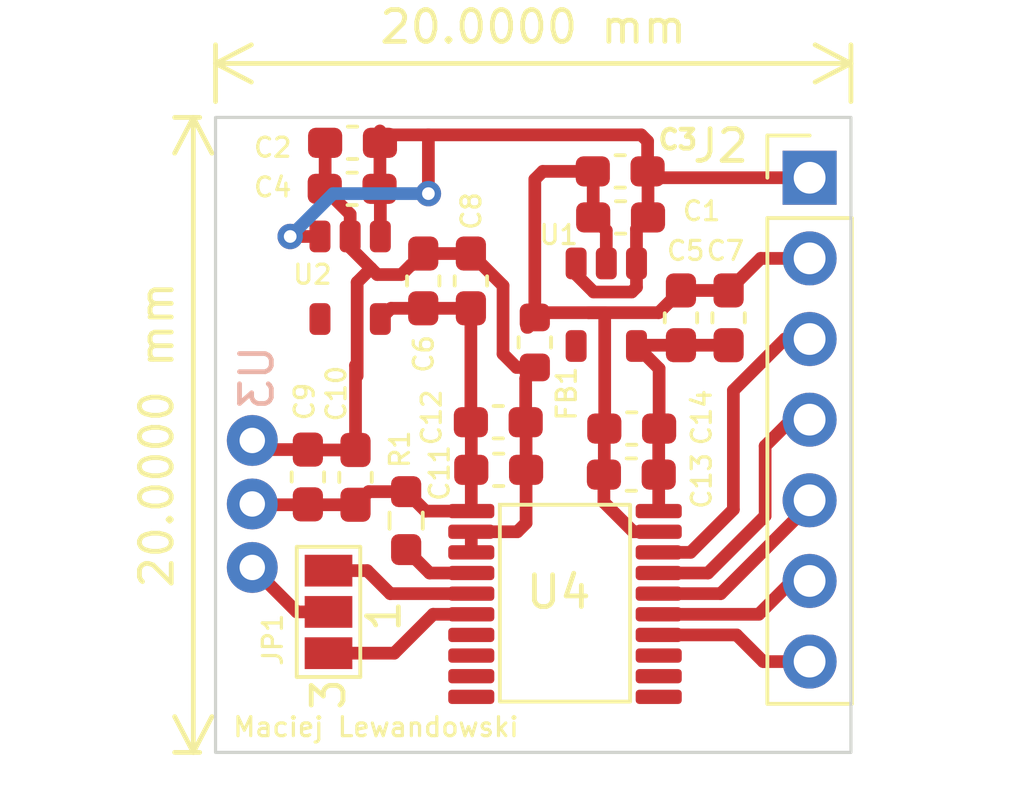
<source format=kicad_pcb>
(kicad_pcb (version 20211014) (generator pcbnew)
  (layers (0 "F.Cu" signal) (31 "B.Cu" signal) (34 "B.Paste" user) (35 "F.Paste" user) (36 "B.SilkS" user "B.Silkscreen") (37 "F.SilkS" user "F.Silkscreen") (38 "B.Mask" user) (39 "F.Mask" user) (44 "Edge.Cuts" user))
  (net 0 "")
  (net 1 "+5V")
  (net 2 "GND")
  (net 3 "GNDA")
  (net 4 "VDD")
  (net 5 "VDDA")
  (net 6 "Net-(J1-Pad1)")
  (net 7 "/MCLKIN")
  (net 8 "/IRQ")
  (net 9 "/SDO")
  (net 10 "/SCK")
  (net 11 "/~{CS}")
  (net 12 "Net-(JP1-Pad3)")
  (net 13 "/OUT")
  (net 14 "Net-(JP1-Pad1)")
  (footprint "Capacitor_SMD:C_0603_1608Metric_Pad1.08x0.95mm_HandSolder" (layer "F.Cu") (at 99.8 91.6 180)
    (fp_text reference "C14" (at -2.2 0.35 90) (layer "F.SilkS") (effects (font (size 0.6 0.6) (thickness 0.1))))
    (fp_text value "0.1uF")
    (fp_line (start -0.146267 -0.51) (end 0.146267 -0.51) (layer "F.SilkS") (width 0.12))
    (fp_line (start -0.146267 0.51) (end 0.146267 0.51) (layer "F.SilkS") (width 0.12))
    (pad "1" smd roundrect locked (at -0.8625 0 180) (size 1.075 0.95) (layers "F.Cu" "F.Paste" "F.Mask") (net 4 "VDD"))
    (pad "2" smd roundrect locked (at 0.8625 0 180) (size 1.075 0.95) (layers "F.Cu" "F.Paste" "F.Mask") (net 2 "GND"))
  )
  (footprint "Inductor_SMD:L_0603_1608Metric" (layer "F.Cu") (at 96.75 88.8875 -90)
    (fp_text reference "FB1" (at 1.6125 -1 90) (layer "F.SilkS") (effects (font (size 0.6 0.6) (thickness 0.1))))
    (fp_text value "FerriteBead_Small")
    (fp_line (start -0.162779 0.51) (end 0.162779 0.51) (layer "F.SilkS") (width 0.12))
    (fp_line (start -0.162779 -0.51) (end 0.162779 -0.51) (layer "F.SilkS") (width 0.12))
    (pad "1" smd roundrect locked (at -0.7875 0 270) (size 0.875 0.95) (layers "F.Cu" "F.Paste" "F.Mask") (net 2 "GND"))
    (pad "2" smd roundrect locked (at 0.7875 0 270) (size 0.875 0.95) (layers "F.Cu" "F.Paste" "F.Mask") (net 3 "GNDA"))
  )
  (footprint "Capacitor_SMD:C_0603_1608Metric_Pad1.08x0.95mm_HandSolder" (layer "F.Cu") (at 94.7375 86.95 90)
    (fp_text reference "C8" (at 2.2 0.0125 90) (layer "F.SilkS") (effects (font (size 0.6 0.6) (thickness 0.1))))
    (fp_text value "10uF")
    (fp_line (start -0.146267 0.51) (end 0.146267 0.51) (layer "F.SilkS") (width 0.12))
    (fp_line (start -0.146267 -0.51) (end 0.146267 -0.51) (layer "F.SilkS") (width 0.12))
    (pad "1" smd roundrect locked (at -0.8625 0 90) (size 1.075 0.95) (layers "F.Cu" "F.Paste" "F.Mask") (net 5 "VDDA"))
    (pad "2" smd roundrect locked (at 0.8625 0 90) (size 1.075 0.95) (layers "F.Cu" "F.Paste" "F.Mask") (net 3 "GNDA"))
  )
  (footprint "Capacitor_SMD:C_0603_1608Metric_Pad1.08x0.95mm_HandSolder" (layer "F.Cu") (at 91.0125 82.6 180)
    (fp_text reference "C2" (at 2.5125 -0.15) (layer "F.SilkS") (effects (font (size 0.6 0.6) (thickness 0.1))))
    (fp_text value "10uF")
    (fp_line (start -0.146267 0.51) (end 0.146267 0.51) (layer "F.SilkS") (width 0.12))
    (fp_line (start -0.146267 -0.51) (end 0.146267 -0.51) (layer "F.SilkS") (width 0.12))
    (pad "1" smd roundrect locked (at -0.8625 0 180) (size 1.075 0.95) (layers "F.Cu" "F.Paste" "F.Mask") (net 1 "+5V"))
    (pad "2" smd roundrect locked (at 0.8625 0 180) (size 1.075 0.95) (layers "F.Cu" "F.Paste" "F.Mask") (net 3 "GNDA"))
  )
  (footprint "Connector_PinHeader_2.54mm:PinHeader_1x07_P2.54mm_Vertical" (layer "F.Cu") (at 105.4 83.7)
    (fp_text reference "J2" (at -2.8 -1) (layer "F.SilkS"))
    (fp_text value "Conn_01x07_Male")
    (fp_line (start -1.33 0) (end -1.33 -1.33) (layer "F.SilkS") (width 0.12))
    (fp_line (start -1.33 1.27) (end 1.33 1.27) (layer "F.SilkS") (width 0.12))
    (fp_line (start -1.33 1.27) (end -1.33 16.57) (layer "F.SilkS") (width 0.12))
    (fp_line (start -1.33 16.57) (end 1.33 16.57) (layer "F.SilkS") (width 0.12))
    (fp_line (start 1.33 1.27) (end 1.33 16.57) (layer "F.SilkS") (width 0.12))
    (fp_line (start -1.33 -1.33) (end 0 -1.33) (layer "F.SilkS") (width 0.12))
    (pad "1" thru_hole rect locked (at 0 0) (size 1.7 1.7) (drill 1) (layers *.Cu *.Mask) (net 1 "+5V"))
    (pad "2" thru_hole oval locked (at 0 2.54) (size 1.7 1.7) (drill 1) (layers *.Cu *.Mask) (net 2 "GND"))
    (pad "3" thru_hole oval locked (at 0 5.08) (size 1.7 1.7) (drill 1) (layers *.Cu *.Mask) (net 7 "/MCLKIN"))
    (pad "4" thru_hole oval locked (at 0 7.62) (size 1.7 1.7) (drill 1) (layers *.Cu *.Mask) (net 8 "/IRQ"))
    (pad "5" thru_hole oval locked (at 0 10.16) (size 1.7 1.7) (drill 1) (layers *.Cu *.Mask) (net 9 "/SDO"))
    (pad "6" thru_hole oval locked (at 0 12.7) (size 1.7 1.7) (drill 1) (layers *.Cu *.Mask) (net 10 "/SCK"))
    (pad "7" thru_hole oval locked (at 0 15.24) (size 1.7 1.7) (drill 1) (layers *.Cu *.Mask) (net 11 "/~{CS}"))
  )
  (footprint "components:SOT-23" (layer "F.Cu") (at 99 89)
    (fp_text reference "U1" (at -1.5 -3.5 unlocked) (layer "F.SilkS") (effects (font (size 0.6 0.6) (thickness 0.1))))
    (fp_text value "MIC5317")
    (pad "1" smd roundrect (at 0.95 -2.6) (size 0.66 1) (layers "F.Cu" "F.Paste" "F.Mask") (net 1 "+5V"))
    (pad "2" smd roundrect (at 0 -2.6) (size 0.66 1) (layers "F.Cu" "F.Paste" "F.Mask") (net 2 "GND"))
    (pad "3" smd roundrect (at -0.95 -2.6) (size 0.66 1) (layers "F.Cu" "F.Paste" "F.Mask") (net 1 "+5V"))
    (pad "4" smd roundrect (at -0.95 0) (size 0.66 1) (layers "F.Cu" "F.Paste" "F.Mask"))
    (pad "5" smd roundrect (at 0.95 0) (size 0.66 1) (layers "F.Cu" "F.Paste" "F.Mask") (net 4 "VDD"))
  )
  (footprint "Capacitor_SMD:C_0603_1608Metric_Pad1.08x0.95mm_HandSolder" (layer "F.Cu") (at 102.85 88.1125 90)
    (fp_text reference "C7" (at 2.1125 -0.1 180) (layer "F.SilkS") (effects (font (size 0.6 0.6) (thickness 0.1))))
    (fp_text value "10uF")
    (fp_line (start -0.146267 0.51) (end 0.146267 0.51) (layer "F.SilkS") (width 0.12))
    (fp_line (start -0.146267 -0.51) (end 0.146267 -0.51) (layer "F.SilkS") (width 0.12))
    (pad "1" smd roundrect locked (at -0.8625 0 90) (size 1.075 0.95) (layers "F.Cu" "F.Paste" "F.Mask") (net 4 "VDD"))
    (pad "2" smd roundrect locked (at 0.8625 0 90) (size 1.075 0.95) (layers "F.Cu" "F.Paste" "F.Mask") (net 2 "GND"))
  )
  (footprint "Capacitor_SMD:C_0603_1608Metric_Pad1.08x0.95mm_HandSolder" (layer "F.Cu") (at 91 84.05 180)
    (fp_text reference "C4" (at 2.5 0.05) (layer "F.SilkS") (effects (font (size 0.6 0.6) (thickness 0.1))))
    (fp_text value "0.1uF")
    (fp_line (start -0.146267 0.51) (end 0.146267 0.51) (layer "F.SilkS") (width 0.12))
    (fp_line (start -0.146267 -0.51) (end 0.146267 -0.51) (layer "F.SilkS") (width 0.12))
    (pad "1" smd roundrect locked (at -0.8625 0 180) (size 1.075 0.95) (layers "F.Cu" "F.Paste" "F.Mask") (net 1 "+5V"))
    (pad "2" smd roundrect locked (at 0.8625 0 180) (size 1.075 0.95) (layers "F.Cu" "F.Paste" "F.Mask") (net 3 "GNDA"))
  )
  (footprint "Capacitor_SMD:C_0603_1608Metric_Pad1.08x0.95mm_HandSolder" (layer "F.Cu") (at 99.4375 83.5 180)
    (fp_text reference "C3" (at -1.8125 1) (layer "F.SilkS") (effects (font (size 0.6 0.6))))
    (fp_text value "0.1uF")
    (fp_line (start -0.146267 -0.51) (end 0.146267 -0.51) (layer "F.SilkS") (width 0.12))
    (fp_line (start -0.146267 0.51) (end 0.146267 0.51) (layer "F.SilkS") (width 0.12))
    (pad "1" smd roundrect locked (at -0.8625 0 180) (size 1.075 0.95) (layers "F.Cu" "F.Paste" "F.Mask") (net 1 "+5V"))
    (pad "2" smd roundrect locked (at 0.8625 0 180) (size 1.075 0.95) (layers "F.Cu" "F.Paste" "F.Mask") (net 2 "GND"))
  )
  (footprint "Resistor_SMD:R_0603_1608Metric_Pad0.98x0.95mm_HandSolder" (layer "F.Cu") (at 92.7 94.5 -90)
    (fp_text reference "R1" (at -2.25 0.2 90) (layer "F.SilkS") (effects (font (size 0.6 0.6) (thickness 0.1))))
    (fp_text value "0")
    (fp_line (start -0.254724 -0.5225) (end 0.254724 -0.5225) (layer "F.SilkS") (width 0.12))
    (fp_line (start -0.254724 0.5225) (end 0.254724 0.5225) (layer "F.SilkS") (width 0.12))
    (pad "1" smd roundrect locked (at -0.9125 0 270) (size 0.975 0.95) (layers "F.Cu" "F.Paste" "F.Mask") (net 5 "VDDA"))
    (pad "2" smd roundrect locked (at 0.9125 0 270) (size 0.975 0.95) (layers "F.Cu" "F.Paste" "F.Mask") (net 6 "Net-(J1-Pad1)"))
  )
  (footprint "Capacitor_SMD:C_0603_1608Metric_Pad1.08x0.95mm_HandSolder" (layer "F.Cu") (at 91.10625 93.1375 90)
    (fp_text reference "C10" (at 2.6375 -0.60625 90) (layer "F.SilkS") (effects (font (size 0.6 0.6) (thickness 0.1))))
    (fp_text value "0.1uF")
    (fp_line (start -0.146267 -0.51) (end 0.146267 -0.51) (layer "F.SilkS") (width 0.12))
    (fp_line (start -0.146267 0.51) (end 0.146267 0.51) (layer "F.SilkS") (width 0.12))
    (pad "1" smd roundrect locked (at -0.8625 0 90) (size 1.075 0.95) (layers "F.Cu" "F.Paste" "F.Mask") (net 5 "VDDA"))
    (pad "2" smd roundrect locked (at 0.8625 0 90) (size 1.075 0.95) (layers "F.Cu" "F.Paste" "F.Mask") (net 3 "GNDA"))
  )
  (footprint "Capacitor_SMD:C_0603_1608Metric_Pad1.08x0.95mm_HandSolder" (layer "F.Cu") (at 101.35 88.1125 90)
    (fp_text reference "C5" (at 2.1125 0.15 180) (layer "F.SilkS") (effects (font (size 0.6 0.6) (thickness 0.1))))
    (fp_text value "0.1uF")
    (fp_line (start -0.146267 0.51) (end 0.146267 0.51) (layer "F.SilkS") (width 0.12))
    (fp_line (start -0.146267 -0.51) (end 0.146267 -0.51) (layer "F.SilkS") (width 0.12))
    (pad "1" smd roundrect locked (at -0.8625 0 90) (size 1.075 0.95) (layers "F.Cu" "F.Paste" "F.Mask") (net 4 "VDD"))
    (pad "2" smd roundrect locked (at 0.8625 0 90) (size 1.075 0.95) (layers "F.Cu" "F.Paste" "F.Mask") (net 2 "GND"))
  )
  (footprint "Jumper:SolderJumper-3_P1.3mm_Open_Pad1.0x1.5mm_NumberLabels" (layer "F.Cu") (at 90.25625 97.375 -90)
    (fp_text reference "JP1" (at 0.875 1.75625 90) (layer "F.SilkS") (effects (font (size 0.6 0.6) (thickness 0.1))))
    (fp_text value "Jumper_3_Open")
    (fp_text user "3" (at 2.6 0 90) (layer "F.SilkS"))
    (fp_text user "1" (at 0.125 -1.74375 90) (layer "F.SilkS"))
    (fp_line (start -2.05 -1) (end 2.05 -1) (layer "F.SilkS") (width 0.12))
    (fp_line (start 2.05 1) (end -2.05 1) (layer "F.SilkS") (width 0.12))
    (fp_line (start 2.05 -1) (end 2.05 1) (layer "F.SilkS") (width 0.12))
    (fp_line (start -2.05 1) (end -2.05 -1) (layer "F.SilkS") (width 0.12))
    (pad "1" smd rect locked (at -1.3 0 270) (size 1 1.5) (layers "F.Cu" "F.Mask") (net 14 "Net-(JP1-Pad1)"))
    (pad "2" smd rect locked (at 0 0 270) (size 1 1.5) (layers "F.Cu" "F.Mask") (net 13 "/OUT"))
    (pad "3" smd rect locked (at 1.3 0 270) (size 1 1.5) (layers "F.Cu" "F.Mask") (net 12 "Net-(JP1-Pad3)"))
  )
  (footprint "Capacitor_SMD:C_0603_1608Metric_Pad1.08x0.95mm_HandSolder" (layer "F.Cu") (at 95.6 91.4)
    (fp_text reference "C12" (at -2.1 -0.15 90) (layer "F.SilkS") (effects (font (size 0.6 0.6) (thickness 0.1))))
    (fp_text value "0.1uF")
    (fp_line (start -0.146267 0.51) (end 0.146267 0.51) (layer "F.SilkS") (width 0.12))
    (fp_line (start -0.146267 -0.51) (end 0.146267 -0.51) (layer "F.SilkS") (width 0.12))
    (pad "1" smd roundrect locked (at -0.8625 0) (size 1.075 0.95) (layers "F.Cu" "F.Paste" "F.Mask") (net 5 "VDDA"))
    (pad "2" smd roundrect locked (at 0.8625 0) (size 1.075 0.95) (layers "F.Cu" "F.Paste" "F.Mask") (net 3 "GNDA"))
  )
  (footprint "Capacitor_SMD:C_0603_1608Metric_Pad1.08x0.95mm_HandSolder" (layer "F.Cu") (at 99.45 84.95 180)
    (fp_text reference "C1" (at -2.55 0.2) (layer "F.SilkS") (effects (font (size 0.6 0.6) (thickness 0.1))))
    (fp_text value "10uF")
    (fp_line (start -0.146267 -0.51) (end 0.146267 -0.51) (layer "F.SilkS") (width 0.12))
    (fp_line (start -0.146267 0.51) (end 0.146267 0.51) (layer "F.SilkS") (width 0.12))
    (pad "1" smd roundrect locked (at -0.8625 0 180) (size 1.075 0.95) (layers "F.Cu" "F.Paste" "F.Mask") (net 1 "+5V"))
    (pad "2" smd roundrect locked (at 0.8625 0 180) (size 1.075 0.95) (layers "F.Cu" "F.Paste" "F.Mask") (net 2 "GND"))
  )
  (footprint "Capacitor_SMD:C_0603_1608Metric_Pad1.08x0.95mm_HandSolder" (layer "F.Cu") (at 89.60625 93.125 90)
    (fp_text reference "C9" (at 2.375 -0.10625 90) (layer "F.SilkS") (effects (font (size 0.6 0.6) (thickness 0.1))))
    (fp_text value "10uF")
    (fp_line (start -0.146267 -0.51) (end 0.146267 -0.51) (layer "F.SilkS") (width 0.12))
    (fp_line (start -0.146267 0.51) (end 0.146267 0.51) (layer "F.SilkS") (width 0.12))
    (pad "1" smd roundrect locked (at -0.8625 0 90) (size 1.075 0.95) (layers "F.Cu" "F.Paste" "F.Mask") (net 5 "VDDA"))
    (pad "2" smd roundrect locked (at 0.8625 0 90) (size 1.075 0.95) (layers "F.Cu" "F.Paste" "F.Mask") (net 3 "GNDA"))
  )
  (footprint "components:TSSOP20" (layer "F.Cu") (at 97.7 97)
    (fp_text reference "U4" (at -0.2 -0.25 unlocked) (layer "F.SilkS"))
    (fp_text value "MCP3561")
    (fp_rect (start -2.05 -3) (end 2.05 3.2) (layer "F.SilkS") (width 0.12) (fill none))
    (pad "1" smd roundrect (at -2.95 -2.8) (size 1.45 0.45) (layers "F.Cu" "F.Paste" "F.Mask") (net 5 "VDDA"))
    (pad "2" smd roundrect (at -2.95 -2.15) (size 1.45 0.45) (layers "F.Cu" "F.Paste" "F.Mask") (net 3 "GNDA"))
    (pad "3" smd roundrect (at -2.95 -1.5) (size 1.45 0.45) (layers "F.Cu" "F.Paste" "F.Mask") (net 3 "GNDA"))
    (pad "4" smd roundrect (at -2.95 -0.85) (size 1.45 0.45) (layers "F.Cu" "F.Paste" "F.Mask") (net 6 "Net-(J1-Pad1)"))
    (pad "5" smd roundrect (at -2.95 -0.2) (size 1.45 0.45) (layers "F.Cu" "F.Paste" "F.Mask") (net 14 "Net-(JP1-Pad1)"))
    (pad "6" smd roundrect (at -2.95 0.45) (size 1.45 0.45) (layers "F.Cu" "F.Paste" "F.Mask") (net 12 "Net-(JP1-Pad3)"))
    (pad "7" smd roundrect (at -2.95 1.1 180) (size 1.45 0.45) (layers "F.Cu" "F.Paste" "F.Mask"))
    (pad "8" smd roundrect (at -2.95 1.75 180) (size 1.45 0.45) (layers "F.Cu" "F.Paste" "F.Mask"))
    (pad "9" smd roundrect (at -2.95 2.4 180) (size 1.45 0.45) (layers "F.Cu" "F.Paste" "F.Mask"))
    (pad "10" smd roundrect (at -2.95 3.05 180) (size 1.45 0.45) (layers "F.Cu" "F.Paste" "F.Mask"))
    (pad "11" smd roundrect (at 2.95 3.05 180) (size 1.45 0.45) (layers "F.Cu" "F.Paste" "F.Mask"))
    (pad "12" smd roundrect (at 2.95 2.4 180) (size 1.45 0.45) (layers "F.Cu" "F.Paste" "F.Mask"))
    (pad "13" smd roundrect (at 2.95 1.75 180) (size 1.45 0.45) (layers "F.Cu" "F.Paste" "F.Mask"))
    (pad "14" smd roundrect (at 2.95 1.1 180) (size 1.45 0.45) (layers "F.Cu" "F.Paste" "F.Mask") (net 11 "/~{CS}"))
    (pad "15" smd roundrect (at 2.95 0.45) (size 1.45 0.45) (layers "F.Cu" "F.Paste" "F.Mask") (net 10 "/SCK"))
    (pad "16" smd roundrect (at 2.95 -0.2) (size 1.45 0.45) (layers "F.Cu" "F.Paste" "F.Mask") (net 9 "/SDO"))
    (pad "17" smd roundrect (at 2.95 -0.85) (size 1.45 0.45) (layers "F.Cu" "F.Paste" "F.Mask") (net 8 "/IRQ"))
    (pad "18" smd roundrect (at 2.95 -1.5) (size 1.45 0.45) (layers "F.Cu" "F.Paste" "F.Mask") (net 7 "/MCLKIN"))
    (pad "19" smd roundrect (at 2.95 -2.15) (size 1.45 0.45) (layers "F.Cu" "F.Paste" "F.Mask") (net 2 "GND"))
    (pad "20" smd roundrect (at 2.95 -2.8) (size 1.45 0.45) (layers "F.Cu" "F.Paste" "F.Mask") (net 4 "VDD"))
  )
  (footprint "components:SOT-23" (layer "F.Cu") (at 90.9375 88.15)
    (fp_text reference "U2" (at -1.1875 -1.4 unlocked) (layer "F.SilkS") (effects (font (size 0.6 0.6) (thickness 0.1))))
    (fp_text value "MIC5317")
    (pad "1" smd roundrect (at 0.95 -2.6) (size 0.66 1) (layers "F.Cu" "F.Paste" "F.Mask") (net 1 "+5V"))
    (pad "2" smd roundrect (at 0 -2.6) (size 0.66 1) (layers "F.Cu" "F.Paste" "F.Mask") (net 3 "GNDA"))
    (pad "3" smd roundrect (at -0.95 -2.6) (size 0.66 1) (layers "F.Cu" "F.Paste" "F.Mask") (net 1 "+5V"))
    (pad "4" smd roundrect (at -0.95 0) (size 0.66 1) (layers "F.Cu" "F.Paste" "F.Mask"))
    (pad "5" smd roundrect (at 0.95 0) (size 0.66 1) (layers "F.Cu" "F.Paste" "F.Mask") (net 5 "VDDA"))
  )
  (footprint "Capacitor_SMD:C_0603_1608Metric_Pad1.08x0.95mm_HandSolder" (layer "F.Cu") (at 95.6125 92.9)
    (fp_text reference "C11" (at -1.8625 0.1 90) (layer "F.SilkS") (effects (font (size 0.6 0.6) (thickness 0.1))))
    (fp_text value "0.1uF")
    (fp_line (start -0.146267 0.51) (end 0.146267 0.51) (layer "F.SilkS") (width 0.12))
    (fp_line (start -0.146267 -0.51) (end 0.146267 -0.51) (layer "F.SilkS") (width 0.12))
    (pad "1" smd roundrect locked (at -0.8625 0) (size 1.075 0.95) (layers "F.Cu" "F.Paste" "F.Mask") (net 5 "VDDA"))
    (pad "2" smd roundrect locked (at 0.8625 0) (size 1.075 0.95) (layers "F.Cu" "F.Paste" "F.Mask") (net 3 "GNDA"))
  )
  (footprint "Capacitor_SMD:C_0603_1608Metric_Pad1.08x0.95mm_HandSolder" (layer "F.Cu") (at 99.7875 93.05 180)
    (fp_text reference "C13" (at -2.2125 -0.2 90) (layer "F.SilkS") (effects (font (size 0.6 0.6) (thickness 0.1))))
    (fp_text value "0.1uF")
    (fp_line (start -0.146267 -0.51) (end 0.146267 -0.51) (layer "F.SilkS") (width 0.12))
    (fp_line (start -0.146267 0.51) (end 0.146267 0.51) (layer "F.SilkS") (width 0.12))
    (pad "1" smd roundrect locked (at -0.8625 0 180) (size 1.075 0.95) (layers "F.Cu" "F.Paste" "F.Mask") (net 4 "VDD"))
    (pad "2" smd roundrect locked (at 0.8625 0 180) (size 1.075 0.95) (layers "F.Cu" "F.Paste" "F.Mask") (net 2 "GND"))
  )
  (footprint "Capacitor_SMD:C_0603_1608Metric_Pad1.08x0.95mm_HandSolder" (layer "F.Cu") (at 93.2375 86.95 90)
    (fp_text reference "C6" (at -2.3 0.0125 90) (layer "F.SilkS") (effects (font (size 0.6 0.6) (thickness 0.1))))
    (fp_text value "0.1uF")
    (fp_line (start -0.146267 0.51) (end 0.146267 0.51) (layer "F.SilkS") (width 0.12))
    (fp_line (start -0.146267 -0.51) (end 0.146267 -0.51) (layer "F.SilkS") (width 0.12))
    (pad "1" smd roundrect locked (at -0.8625 0 90) (size 1.075 0.95) (layers "F.Cu" "F.Paste" "F.Mask") (net 5 "VDDA"))
    (pad "2" smd roundrect locked (at 0.8625 0 90) (size 1.075 0.95) (layers "F.Cu" "F.Paste" "F.Mask") (net 3 "GNDA"))
  )
  (footprint "components:TSL257" (layer "B.Cu") (at 87.85625 93.975 -90)
    (fp_text reference "U3" (at -3.975 -0.14375 90 unlocked) (layer "B.SilkS") (effects (justify mirror)))
    (fp_text value "TSL257")
    (pad "1" thru_hole circle (at -2 0 270) (size 1.6 1.6) (drill 0.8) (layers *.Cu *.Mask) (net 3 "GNDA"))
    (pad "2" thru_hole circle (at 0 0 270) (size 1.6 1.6) (drill 0.8) (layers *.Cu *.Mask) (net 5 "VDDA"))
    (pad "3" thru_hole circle (at 2 0 270) (size 1.6 1.6) (drill 0.8) (layers *.Cu *.Mask) (net 13 "/OUT"))
  )
  (gr_rect (start 106.7 101.8) (end 86.7 81.8) (layer "Edge.Cuts") (width 0.1) (fill none))
  (gr_text "Maciej Lewandowski" (at 91.75 101) (layer "F.SilkS") (effects (font (size 0.6 0.6) (thickness 0.1))))
  (dimension (type aligned) (layer "F.SilkS") (pts (xy 86.7 81.8) (xy 86.7 101.8)) (height 0.7) (gr_text "20,0000 mm" (at 84.85 91.8 90) (layer "F.SilkS") (effects (font (size 1 1) (thickness 0.15)))) (format (units 3) (units_format 1) (precision 4)) (style (thickness 0.15) (arrow_length 1.27) (text_position_mode 0) (extension_height 0.58642) (extension_offset 0.5) keep_text_aligned))
  (dimension (type aligned) (layer "F.SilkS") (pts (xy 106.7 81.8) (xy 86.7 81.8)) (height 1.7) (gr_text "20,0000 mm" (at 96.7 78.95) (layer "F.SilkS") (effects (font (size 1 1) (thickness 0.15)))) (format (units 3) (units_format 1) (precision 4)) (style (thickness 0.15) (arrow_length 1.27) (text_position_mode 0) (extension_height 0.58642) (extension_offset 0.5) keep_text_aligned))
  (segment (start 93.4 82.35) (end 92.125 82.35) (width 0.4) (layer "F.Cu") (net 1))
  (segment (start 91.875 84.0375) (end 91.8625 84.05) (width 0.4) (layer "F.Cu") (net 1))
  (segment (start 100.3125 84.95) (end 100.3125 83.5125) (width 0.4) (layer "F.Cu") (net 1))
  (segment (start 105.4 83.7) (end 100.5 83.7) (width 0.4) (layer "F.Cu") (net 1))
  (segment (start 98.601169 87.29952) (end 99.80048 87.29952) (width 0.4) (layer "F.Cu") (net 1))
  (segment (start 99.80048 87.29952) (end 99.95 87.15) (width 0.4) (layer "F.Cu") (net 1))
  (segment (start 98.05 86.748351) (end 98.601169 87.29952) (width 0.4) (layer "F.Cu") (net 1))
  (segment (start 98.05 86.4) (end 98.05 86.748351) (width 0.4) (layer "F.Cu") (net 1))
  (segment (start 99.95 86.4) (end 99.95 85.3125) (width 0.4) (layer "F.Cu") (net 1))
  (segment (start 93.4 82.35) (end 93.4 84.2) (width 0.4) (layer "F.Cu") (net 1))
  (segment (start 99.95 87.15) (end 99.95 86.4) (width 0.4) (layer "F.Cu") (net 1))
  (segment (start 91.8875 84.075) (end 91.8625 84.05) (width 0.4) (layer "F.Cu") (net 1))
  (segment (start 100.3 82.55) (end 100.1 82.35) (width 0.4) (layer "F.Cu") (net 1))
  (segment (start 100.3125 83.5125) (end 100.3 83.5) (width 0.4) (layer "F.Cu") (net 1))
  (segment (start 99.95 85.3125) (end 100.3125 84.95) (width 0.4) (layer "F.Cu") (net 1))
  (segment (start 91.875 82.6) (end 91.875 84.0375) (width 0.4) (layer "F.Cu") (net 1))
  (segment (start 100.5 83.7) (end 100.3 83.5) (width 0.4) (layer "F.Cu") (net 1))
  (segment (start 89.05 85.55) (end 89.9875 85.55) (width 0.4) (layer "F.Cu") (net 1))
  (segment (start 92.125 82.35) (end 91.875 82.6) (width 0.4) (layer "F.Cu") (net 1))
  (segment (start 91.875 82.6) (end 91.875 82.225) (width 0.4) (layer "F.Cu") (net 1))
  (segment (start 91.8875 85.55) (end 91.8875 84.075) (width 0.4) (layer "F.Cu") (net 1))
  (segment (start 100.1 82.35) (end 93.4 82.35) (width 0.4) (layer "F.Cu") (net 1))
  (segment (start 100.3 83.5) (end 100.3 82.55) (width 0.4) (layer "F.Cu") (net 1))
  (via (at 89.05 85.55) (size 0.8) (drill 0.4) (layers "F.Cu" "B.Cu") (net 1))
  (via (at 93.4 84.2) (size 0.8) (drill 0.4) (layers "F.Cu" "B.Cu") (net 1))
  (segment (start 90.4 84.2) (end 89.05 85.55) (width 0.4) (layer "B.Cu") (net 1))
  (segment (start 93.4 84.2) (end 90.4 84.2) (width 0.4) (layer "B.Cu") (net 1))
  (segment (start 99 85.3625) (end 98.5875 84.95) (width 0.4) (layer "F.Cu") (net 2))
  (segment (start 96.9 87.95) (end 96.75 88.1) (width 0.4) (layer "F.Cu") (net 2))
  (segment (start 98.5875 83.5125) (end 98.575 83.5) (width 0.4) (layer "F.Cu") (net 2))
  (segment (start 96.75 88.1) (end 96.75 83.75) (width 0.4) (layer "F.Cu") (net 2))
  (segment (start 96.75 83.75) (end 97 83.5) (width 0.4) (layer "F.Cu") (net 2))
  (segment (start 100.65 87.95) (end 101.35 87.25) (width 0.4) (layer "F.Cu") (net 2))
  (segment (start 98.95 87.95) (end 98.95 91.5875) (width 0.4) (layer "F.Cu") (net 2))
  (segment (start 99.850895 94.85) (end 98.925 93.924105) (width 0.4) (layer "F.Cu") (net 2))
  (segment (start 96.5 88.4125) (end 96.5375 88.4125) (width 0.4) (layer "F.Cu") (net 2))
  (segment (start 101.35 87.25) (end 102.85 87.25) (width 0.4) (layer "F.Cu") (net 2))
  (segment (start 98.9375 93.0375) (end 98.925 93.05) (width 0.4) (layer "F.Cu") (net 2))
  (segment (start 97 83.5) (end 98.575 83.5) (width 0.4) (layer "F.Cu") (net 2))
  (segment (start 98.9375 91.6) (end 98.9375 93.0375) (width 0.4) (layer "F.Cu") (net 2))
  (segment (start 100.65 94.85) (end 99.850895 94.85) (width 0.4) (layer "F.Cu") (net 2))
  (segment (start 98.45 87.95) (end 100.65 87.95) (width 0.4) (layer "F.Cu") (net 2))
  (segment (start 98.95 91.5875) (end 98.9375 91.6) (width 0.4) (layer "F.Cu") (net 2))
  (segment (start 98.45 87.95) (end 98.95 87.95) (width 0.4) (layer "F.Cu") (net 2))
  (segment (start 98.5875 84.95) (end 98.5875 83.5125) (width 0.4) (layer "F.Cu") (net 2))
  (segment (start 98.925 93.924105) (end 98.925 93.05) (width 0.4) (layer "F.Cu") (net 2))
  (segment (start 103.86 86.24) (end 102.85 87.25) (width 0.4) (layer "F.Cu") (net 2))
  (segment (start 105.4 86.24) (end 103.86 86.24) (width 0.4) (layer "F.Cu") (net 2))
  (segment (start 99 86.4) (end 99 85.3625) (width 0.4) (layer "F.Cu") (net 2))
  (segment (start 98.45 87.95) (end 96.9 87.95) (width 0.4) (layer "F.Cu") (net 2))
  (segment (start 96.475 91.4125) (end 96.4625 91.4) (width 0.4) (layer "F.Cu") (net 3))
  (segment (start 90.15 82.6) (end 90.15 84.0375) (width 0.4) (layer "F.Cu") (net 3))
  (segment (start 95.75 87.1) (end 94.7375 86.0875) (width 0.4) (layer "F.Cu") (net 3))
  (segment (start 91.789149 86.75) (end 91.594575 86.555425) (width 0.4) (layer "F.Cu") (net 3))
  (segment (start 89.60625 92.2625) (end 88.14375 92.2625) (width 0.4) (layer "F.Cu") (net 3))
  (segment (start 90.15 84.0375) (end 90.1375 84.05) (width 0.4) (layer "F.Cu") (net 3))
  (segment (start 92.87548 86.44952) (end 92.85048 86.44952) (width 0.4) (layer "F.Cu") (net 3))
  (segment (start 96.4625 91.4) (end 96.4625 90.025) (width 0.4) (layer "F.Cu") (net 3))
  (segment (start 96.475 94.575) (end 96.475 92.9) (width 0.4) (layer "F.Cu") (net 3))
  (segment (start 91.594575 86.555425) (end 91.15798 86.99202) (width 0.4) (layer "F.Cu") (net 3))
  (segment (start 91.10625 89.60971) (end 91.15798 89.55798) (width 0.4) (layer "F.Cu") (net 3))
  (segment (start 94.7375 86.0875) (end 93.2375 86.0875) (width 0.4) (layer "F.Cu") (net 3))
  (segment (start 91.15798 86.99202) (end 91.15798 89.55798) (width 0.4) (layer "F.Cu") (net 3))
  (segment (start 94.75 94.85) (end 94.75 95.5) (width 0.4) (layer "F.Cu") (net 3))
  (segment (start 90.9375 84.85) (end 90.1375 84.05) (width 0.4) (layer "F.Cu") (net 3))
  (segment (start 94.75 94.85) (end 96.2 94.85) (width 0.4) (layer "F.Cu") (net 3))
  (segment (start 92.55 86.75) (end 91.789149 86.75) (width 0.4) (layer "F.Cu") (net 3))
  (segment (start 92.85048 86.44952) (end 92.55 86.75) (width 0.4) (layer "F.Cu") (net 3))
  (segment (start 93.2375 86.0875) (end 92.87548 86.44952) (width 0.4) (layer "F.Cu") (net 3))
  (segment (start 96.5 92.875) (end 96.475 92.9) (width 0.4) (layer "F.Cu") (net 3))
  (segment (start 88.14375 92.2625) (end 87.85625 91.975) (width 0.4) (layer "F.Cu") (net 3))
  (segment (start 96.2 94.85) (end 96.475 94.575) (width 0.4) (layer "F.Cu") (net 3))
  (segment (start 91.10625 92.275) (end 91.10625 89.60971) (width 0.4) (layer "F.Cu") (net 3))
  (segment (start 91.594575 86.555425) (end 90.9375 85.898351) (width 0.4) (layer "F.Cu") (net 3))
  (segment (start 91.15798 89.55798) (end 91.15798 89.94202) (width 0.4) (layer "F.Cu") (net 3))
  (segment (start 96.175 89.675) (end 95.75 89.25) (width 0.4) (layer "F.Cu") (net 3))
  (segment (start 90.9375 85.898351) (end 90.9375 85.55) (width 0.4) (layer "F.Cu") (net 3))
  (segment (start 89.61875 92.275) (end 89.60625 92.2625) (width 0.4) (layer "F.Cu") (net 3))
  (segment (start 95.75 89.25) (end 95.75 87.1) (width 0.4) (layer "F.Cu") (net 3))
  (segment (start 96.4625 90.025) (end 96.5 89.9875) (width 0.4) (layer "F.Cu") (net 3))
  (segment (start 96.75 89.675) (end 96.175 89.675) (width 0.4) (layer "F.Cu") (net 3))
  (segment (start 90.9375 85.55) (end 90.9375 84.85) (width 0.4) (layer "F.Cu") (net 3))
  (segment (start 91.10625 92.275) (end 89.61875 92.275) (width 0.4) (layer "F.Cu") (net 3))
  (segment (start 96.475 92.9) (end 96.475 91.4125) (width 0.4) (layer "F.Cu") (net 3))
  (segment (start 102.85 88.975) (end 99.975 88.975) (width 0.4) (layer "F.Cu") (net 4))
  (segment (start 100.65 91.6125) (end 100.6625 91.6) (width 0.4) (layer "F.Cu") (net 4))
  (segment (start 100.6625 89.7125) (end 99.95 89) (width 0.4) (layer "F.Cu") (net 4))
  (segment (start 100.6625 91.6) (end 100.6625 89.7125) (width 0.4) (layer "F.Cu") (net 4))
  (segment (start 100.65 94.2) (end 100.65 93.05) (width 0.4) (layer "F.Cu") (net 4))
  (segment (start 99.975 88.975) (end 99.95 89) (width 0.4) (layer "F.Cu") (net 4))
  (segment (start 100.65 93.05) (end 100.65 91.6125) (width 0.4) (layer "F.Cu") (net 4))
  (segment (start 93.3125 94.2) (end 92.7 93.5875) (width 0.4) (layer "F.Cu") (net 5))
  (segment (start 94.7375 91.4) (end 94.7375 87.8125) (width 0.4) (layer "F.Cu") (net 5))
  (segment (start 92.225 87.8125) (end 91.8875 88.15) (width 0.4) (layer "F.Cu") (net 5))
  (segment (start 91.10625 94) (end 87.88125 94) (width 0.4) (layer "F.Cu") (net 5))
  (segment (start 93.2375 87.8125) (end 92.225 87.8125) (width 0.4) (layer "F.Cu") (net 5))
  (segment (start 93.2375 87.8125) (end 94.7375 87.8125) (width 0.4) (layer "F.Cu") (net 5))
  (segment (start 94.75 94.2) (end 93.3125 94.2) (width 0.4) (layer "F.Cu") (net 5))
  (segment (start 94.75 91.4125) (end 94.7375 91.4) (width 0.4) (layer "F.Cu") (net 5))
  (segment (start 94.75 94.2) (end 94.75 92.9) (width 0.4) (layer "F.Cu") (net 5))
  (segment (start 87.88125 94) (end 87.85625 93.975) (width 0.4) (layer "F.Cu") (net 5))
  (segment (start 92.7 93.5875) (end 91.51875 93.5875) (width 0.4) (layer "F.Cu") (net 5))
  (segment (start 91.51875 93.5875) (end 91.10625 94) (width 0.4) (layer "F.Cu") (net 5))
  (segment (start 94.75 92.9) (end 94.75 91.4125) (width 0.4) (layer "F.Cu") (net 5))
  (segment (start 93.4375 96.15) (end 92.7 95.4125) (width 0.4) (layer "F.Cu") (net 6))
  (segment (start 94.75 96.15) (end 93.4375 96.15) (width 0.4) (layer "F.Cu") (net 6))
  (segment (start 101.65 95.5) (end 103 94.15) (width 0.4) (layer "F.Cu") (net 7))
  (segment (start 104.62 88.78) (end 105.4 88.78) (width 0.4) (layer "F.Cu") (net 7))
  (segment (start 103 90.4) (end 104.62 88.78) (width 0.4) (layer "F.Cu") (net 7))
  (segment (start 103 94.15) (end 103 90.4) (width 0.4) (layer "F.Cu") (net 7))
  (segment (start 100.65 95.5) (end 101.65 95.5) (width 0.4) (layer "F.Cu") (net 7))
  (segment (start 104.83 91.32) (end 104 92.15) (width 0.4) (layer "F.Cu") (net 8))
  (segment (start 104 92.15) (end 104 94.35) (width 0.4) (layer "F.Cu") (net 8))
  (segment (start 105.4 91.32) (end 104.83 91.32) (width 0.4) (layer "F.Cu") (net 8))
  (segment (start 102.2 96.15) (end 100.65 96.15) (width 0.4) (layer "F.Cu") (net 8))
  (segment (start 104 94.35) (end 102.2 96.15) (width 0.4) (layer "F.Cu") (net 8))
  (segment (start 102.6 96.8) (end 105.4 94) (width 0.4) (layer "F.Cu") (net 9))
  (segment (start 100.65 96.8) (end 102.6 96.8) (width 0.4) (layer "F.Cu") (net 9))
  (segment (start 105.4 94) (end 105.4 93.86) (width 0.4) (layer "F.Cu") (net 9))
  (segment (start 103.8 97.45) (end 100.65 97.45) (width 0.4) (layer "F.Cu") (net 10))
  (segment (start 104.85 96.4) (end 103.8 97.45) (width 0.4) (layer "F.Cu") (net 10))
  (segment (start 105.4 96.4) (end 104.85 96.4) (width 0.4) (layer "F.Cu") (net 10))
  (segment (start 100.65 98.1) (end 103.1 98.1) (width 0.4) (layer "F.Cu") (net 11))
  (segment (start 103.1 98.1) (end 103.94 98.94) (width 0.4) (layer "F.Cu") (net 11))
  (segment (start 103.94 98.94) (end 105.4 98.94) (width 0.4) (layer "F.Cu") (net 11))
  (segment (start 92.325 98.675) (end 90.25625 98.675) (width 0.4) (layer "F.Cu") (net 12))
  (segment (start 94.75 97.45) (end 93.55 97.45) (width 0.4) (layer "F.Cu") (net 12))
  (segment (start 93.55 97.45) (end 92.325 98.675) (width 0.4) (layer "F.Cu") (net 12))
  (segment (start 89.25625 97.375) (end 87.85625 95.975) (width 0.4) (layer "F.Cu") (net 13))
  (segment (start 90.25625 97.375) (end 89.25625 97.375) (width 0.4) (layer "F.Cu") (net 13))
  (segment (start 91.475 96.075) (end 90.25625 96.075) (width 0.4) (layer "F.Cu") (net 14))
  (segment (start 94.75 96.8) (end 92.2 96.8) (width 0.4) (layer "F.Cu") (net 14))
  (segment (start 92.2 96.8) (end 91.475 96.075) (width 0.4) (layer "F.Cu") (net 14))
)
</source>
